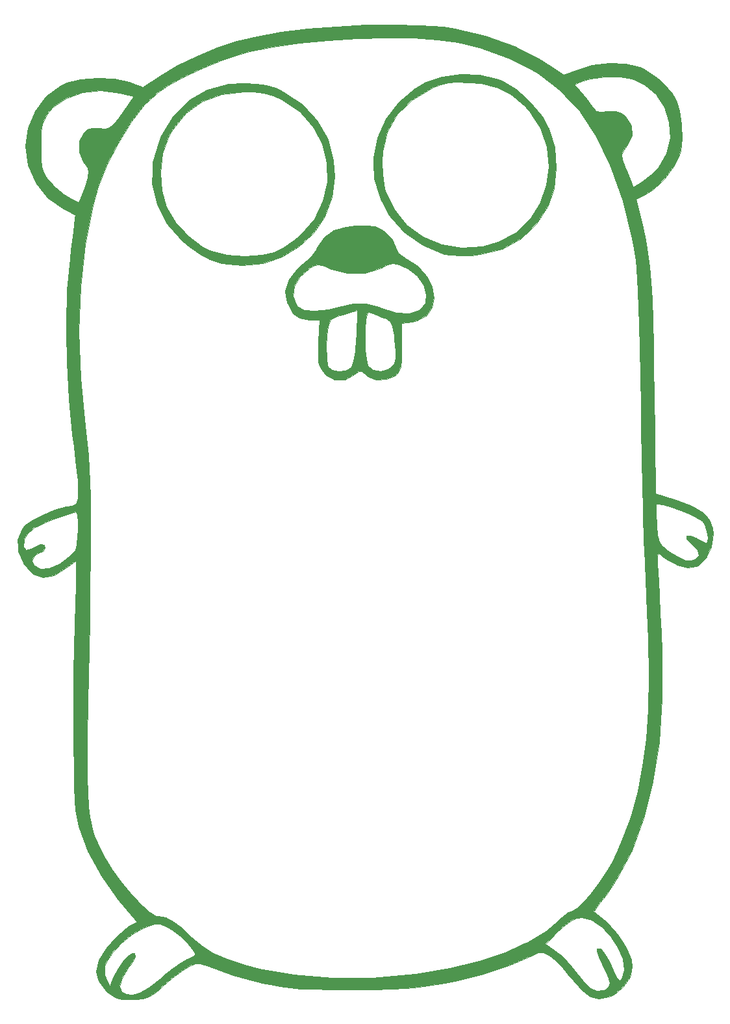
<source format=gbr>
G04 #@! TF.GenerationSoftware,KiCad,Pcbnew,(5.1.2)-1*
G04 #@! TF.CreationDate,2023-11-06T09:23:23+09:00*
G04 #@! TF.ProjectId,gopher_m5stack,676f7068-6572-45f6-9d35-737461636b2e,rev?*
G04 #@! TF.SameCoordinates,Original*
G04 #@! TF.FileFunction,Copper,L1,Top*
G04 #@! TF.FilePolarity,Positive*
%FSLAX46Y46*%
G04 Gerber Fmt 4.6, Leading zero omitted, Abs format (unit mm)*
G04 Created by KiCad (PCBNEW (5.1.2)-1) date 2023-11-06 09:23:23*
%MOMM*%
%LPD*%
G04 APERTURE LIST*
%ADD10C,0.010000*%
G04 APERTURE END LIST*
D10*
G36*
X126149317Y-52914845D02*
G01*
X129110958Y-53147204D01*
X130634612Y-53368256D01*
X134631753Y-54318945D01*
X138407981Y-55663845D01*
X141782220Y-57331145D01*
X143630451Y-58522215D01*
X144876616Y-59419437D01*
X146714737Y-58671375D01*
X148643572Y-58124059D01*
X150793404Y-57893346D01*
X152911696Y-57978840D01*
X154745913Y-58380141D01*
X155451899Y-58685156D01*
X157362196Y-60015174D01*
X158899348Y-61682350D01*
X159520013Y-62693887D01*
X159962628Y-64054304D01*
X160222308Y-65824544D01*
X160278273Y-67686258D01*
X160109743Y-69321098D01*
X159984530Y-69810372D01*
X159218244Y-71359847D01*
X157999789Y-72928908D01*
X156551229Y-74260779D01*
X155611240Y-74867337D01*
X154274406Y-75569398D01*
X154778238Y-77548375D01*
X155196072Y-79269599D01*
X155541205Y-80910031D01*
X155821707Y-82568383D01*
X156045644Y-84343364D01*
X156221085Y-86333687D01*
X156356097Y-88638061D01*
X156458747Y-91355199D01*
X156537104Y-94583810D01*
X156599235Y-98422606D01*
X156620617Y-100090537D01*
X156788740Y-113930193D01*
X159497587Y-114795792D01*
X161569105Y-115563193D01*
X163000666Y-116369537D01*
X163877137Y-117290734D01*
X164283388Y-118402692D01*
X164337143Y-119124404D01*
X164088018Y-120858807D01*
X163407515Y-122313001D01*
X162395948Y-123292303D01*
X162116342Y-123434491D01*
X161011770Y-123558966D01*
X159655088Y-123217919D01*
X158291043Y-122490343D01*
X157678135Y-122002077D01*
X157369606Y-121747055D01*
X157178309Y-121737661D01*
X157088305Y-122084412D01*
X157083654Y-122897829D01*
X157148420Y-124288428D01*
X157204720Y-125284705D01*
X157306572Y-127175187D01*
X157423595Y-129529602D01*
X157542230Y-132065411D01*
X157648917Y-134500075D01*
X157661835Y-134809705D01*
X157695405Y-140669691D01*
X157308842Y-146216556D01*
X156516407Y-151389120D01*
X155332367Y-156126199D01*
X153770985Y-160366614D01*
X151846526Y-164049181D01*
X150344373Y-166195142D01*
X149551700Y-167225678D01*
X148998899Y-168000158D01*
X148791214Y-168370049D01*
X148795552Y-168381020D01*
X150457867Y-169684246D01*
X151905601Y-171275651D01*
X153019569Y-172983938D01*
X153680583Y-174637811D01*
X153810881Y-175589134D01*
X153485436Y-176930769D01*
X152614260Y-178191610D01*
X151366400Y-179161654D01*
X150696786Y-179457754D01*
X149481938Y-179678635D01*
X148364747Y-179413813D01*
X147226233Y-178600470D01*
X145947415Y-177175782D01*
X145649860Y-176792990D01*
X144669867Y-175618464D01*
X143695176Y-174629211D01*
X142929726Y-174031331D01*
X142902244Y-174016278D01*
X142154178Y-173689405D01*
X141519936Y-173700930D01*
X140657594Y-174071521D01*
X140481178Y-174162615D01*
X137705868Y-175388400D01*
X134373242Y-176487320D01*
X130648035Y-177407444D01*
X129400301Y-177655577D01*
X127667074Y-177956373D01*
X126029457Y-178178003D01*
X124323067Y-178331808D01*
X122383516Y-178429128D01*
X120046421Y-178481306D01*
X117165715Y-178499651D01*
X114448729Y-178495569D01*
X112311274Y-178465906D01*
X110607306Y-178399800D01*
X109190782Y-178286392D01*
X107915658Y-178114823D01*
X106635892Y-177874233D01*
X105563101Y-177636881D01*
X103686343Y-177163587D01*
X101793071Y-176617621D01*
X100170352Y-176084527D01*
X99509891Y-175833052D01*
X98283607Y-175347294D01*
X97486183Y-175129622D01*
X96877232Y-175159214D01*
X96216364Y-175415246D01*
X95983339Y-175527578D01*
X95059382Y-176094583D01*
X93866147Y-176980565D01*
X92671864Y-177985084D01*
X91583888Y-178932624D01*
X90783005Y-179481313D01*
X90023601Y-179739629D01*
X89060064Y-179816048D01*
X88517259Y-179820000D01*
X87213810Y-179765889D01*
X86340781Y-179539433D01*
X85606659Y-179044446D01*
X85293443Y-178756297D01*
X84256153Y-177445670D01*
X84019149Y-176525465D01*
X85027599Y-176525465D01*
X85247724Y-177231140D01*
X85685726Y-178073627D01*
X86131185Y-176985784D01*
X86688792Y-175902811D01*
X87393464Y-174898567D01*
X88108263Y-174128043D01*
X88696248Y-173746231D01*
X88955351Y-173789331D01*
X88973682Y-174320888D01*
X88435254Y-175260814D01*
X88190647Y-175586750D01*
X87280641Y-176984580D01*
X86961894Y-178068085D01*
X87238888Y-178799679D01*
X87774286Y-179078188D01*
X88669763Y-179175379D01*
X89614544Y-178928214D01*
X90743335Y-178272687D01*
X92190838Y-177144789D01*
X92631384Y-176770250D01*
X93824811Y-175805612D01*
X94939929Y-175010635D01*
X95761380Y-174537153D01*
X95847858Y-174502560D01*
X96556025Y-174172907D01*
X96830610Y-173900371D01*
X96538236Y-173318684D01*
X95833472Y-172489526D01*
X94900688Y-171590539D01*
X93924250Y-170799365D01*
X93088529Y-170293645D01*
X93086315Y-170292691D01*
X92251273Y-169981436D01*
X91574534Y-169935358D01*
X90753226Y-170176086D01*
X89953604Y-170516415D01*
X88599442Y-171310994D01*
X87243410Y-172427340D01*
X86068768Y-173681011D01*
X85258774Y-174887561D01*
X85034299Y-175467543D01*
X85027599Y-176525465D01*
X84019149Y-176525465D01*
X83917384Y-176130351D01*
X84255390Y-174714292D01*
X84338238Y-174537436D01*
X85267123Y-173056840D01*
X86502519Y-171626936D01*
X87797790Y-170519289D01*
X88229782Y-170252513D01*
X89229564Y-169713471D01*
X86836939Y-166829235D01*
X84566157Y-163701966D01*
X82823722Y-160467485D01*
X81669920Y-157252018D01*
X81251514Y-155134361D01*
X81147376Y-153872315D01*
X81064156Y-151980756D01*
X81002108Y-149576926D01*
X80961485Y-146778068D01*
X80942539Y-143701424D01*
X80945522Y-140464238D01*
X80970688Y-137183751D01*
X81018290Y-133977207D01*
X81088580Y-130961848D01*
X81181811Y-128254916D01*
X81192993Y-127992170D01*
X81267807Y-126095898D01*
X81316418Y-124497721D01*
X81335937Y-123329841D01*
X81323475Y-122724461D01*
X81309361Y-122669376D01*
X80976968Y-122873392D01*
X80288865Y-123381379D01*
X80039361Y-123574741D01*
X78420426Y-124569173D01*
X76995254Y-124849488D01*
X75737750Y-124413518D01*
X74621820Y-123259098D01*
X74525494Y-123116941D01*
X73757333Y-121465731D01*
X73721837Y-120894251D01*
X74454805Y-120894251D01*
X74759135Y-121320595D01*
X75451591Y-121127640D01*
X75639405Y-121009414D01*
X76610026Y-120496966D01*
X77139122Y-120570523D01*
X77251429Y-120989117D01*
X76983804Y-121484854D01*
X76751573Y-121549411D01*
X76115656Y-121812932D01*
X75800000Y-122109705D01*
X75531204Y-122707555D01*
X75800000Y-123230294D01*
X76644198Y-123735173D01*
X77810168Y-123663309D01*
X79182021Y-123033876D01*
X79853935Y-122559536D01*
X80691244Y-121870681D01*
X81170107Y-121289534D01*
X81403206Y-120565207D01*
X81503223Y-119446814D01*
X81531579Y-118824242D01*
X81541562Y-117567472D01*
X81465005Y-116668625D01*
X81318449Y-116320058D01*
X81316242Y-116320000D01*
X80722635Y-116450361D01*
X79684376Y-116786081D01*
X78426265Y-117244112D01*
X77173105Y-117741404D01*
X76149695Y-118194910D01*
X75901601Y-118320326D01*
X75028197Y-119037303D01*
X74561415Y-119872667D01*
X74454805Y-120894251D01*
X73721837Y-120894251D01*
X73660899Y-119913181D01*
X74234458Y-118540776D01*
X74632695Y-118078532D01*
X75580398Y-117396979D01*
X76972573Y-116682753D01*
X78541885Y-116048715D01*
X80020993Y-115607725D01*
X80788926Y-115479589D01*
X81156735Y-115377005D01*
X81412677Y-115085493D01*
X81556964Y-114521089D01*
X81589804Y-113599833D01*
X81511408Y-112237761D01*
X81321986Y-110350910D01*
X81021748Y-107855318D01*
X80812101Y-106213300D01*
X80339978Y-101605163D01*
X80071445Y-96798142D01*
X80019220Y-92855108D01*
X81655149Y-92855108D01*
X81846616Y-98848033D01*
X82370326Y-104247809D01*
X82569979Y-105858139D01*
X82738266Y-107402259D01*
X82876338Y-108951128D01*
X82985346Y-110575705D01*
X83066439Y-112346948D01*
X83120769Y-114335816D01*
X83149487Y-116613269D01*
X83153743Y-119250263D01*
X83134687Y-122317759D01*
X83093470Y-125886715D01*
X83031243Y-130028090D01*
X82949156Y-134812842D01*
X82905260Y-137237647D01*
X82828449Y-141564401D01*
X82774226Y-145218824D01*
X82749349Y-148275468D01*
X82760578Y-150808882D01*
X82814672Y-152893618D01*
X82918390Y-154604226D01*
X83078491Y-156015256D01*
X83301734Y-157201259D01*
X83594879Y-158236787D01*
X83964684Y-159196388D01*
X84417909Y-160154615D01*
X84961312Y-161186017D01*
X85099675Y-161441270D01*
X86040570Y-162973509D01*
X87194232Y-164553848D01*
X88448800Y-166060218D01*
X89692414Y-167370549D01*
X90813212Y-168362771D01*
X91699334Y-168914816D01*
X92014950Y-168987647D01*
X92964139Y-169121439D01*
X93935521Y-169583671D01*
X95077677Y-170465628D01*
X96301429Y-171621086D01*
X97644153Y-172785857D01*
X99165803Y-173739921D01*
X101016287Y-174553493D01*
X103345513Y-175296792D01*
X105153003Y-175767149D01*
X109677730Y-176593445D01*
X114667487Y-176992480D01*
X119989191Y-176960081D01*
X125509756Y-176492073D01*
X126055715Y-176422713D01*
X130093218Y-175743448D01*
X133860863Y-174812975D01*
X137260386Y-173667397D01*
X139568270Y-172625178D01*
X142507821Y-172625178D01*
X143716053Y-173395704D01*
X144601108Y-174122846D01*
X145628025Y-175198047D01*
X146329102Y-176066137D01*
X147462198Y-177487824D01*
X148376549Y-178328647D01*
X149198912Y-178664707D01*
X150056039Y-178572106D01*
X150337466Y-178472683D01*
X150760058Y-178187894D01*
X150861025Y-177696316D01*
X150623274Y-176857516D01*
X150029716Y-175531056D01*
X149962510Y-175391736D01*
X149488261Y-174308340D01*
X149230760Y-173507603D01*
X149228027Y-173210756D01*
X149664576Y-173203444D01*
X150249636Y-173827016D01*
X150917416Y-174998613D01*
X151268905Y-175781087D01*
X151773828Y-176864046D01*
X152131367Y-177300120D01*
X152391689Y-177170061D01*
X152741175Y-175956591D01*
X152557260Y-174526832D01*
X151943145Y-173023169D01*
X151002030Y-171587985D01*
X149837114Y-170363664D01*
X148551599Y-169492592D01*
X147248685Y-169117152D01*
X146590898Y-169166779D01*
X145792582Y-169554175D01*
X144779596Y-170317284D01*
X144048436Y-171009236D01*
X142507821Y-172625178D01*
X139568270Y-172625178D01*
X140193527Y-172342818D01*
X142562022Y-170875342D01*
X143655934Y-169956029D01*
X144637873Y-169081745D01*
X145473144Y-168463782D01*
X145963687Y-168240588D01*
X146546083Y-167946151D01*
X147401507Y-167152297D01*
X148418510Y-165993213D01*
X149485645Y-164603083D01*
X150491462Y-163116094D01*
X151151242Y-161994678D01*
X151844981Y-160552684D01*
X152613864Y-158695168D01*
X153336028Y-156725610D01*
X153642290Y-155791144D01*
X154495833Y-152679717D01*
X155148931Y-149412769D01*
X155607991Y-145896134D01*
X155879422Y-142035645D01*
X155969629Y-137737135D01*
X155885021Y-132906438D01*
X155632005Y-127449387D01*
X155603649Y-126965588D01*
X155518453Y-125254548D01*
X155426186Y-122907041D01*
X155329974Y-120033584D01*
X155232944Y-116744695D01*
X155204615Y-115669836D01*
X156867245Y-115669836D01*
X156897444Y-116615607D01*
X156980889Y-117901966D01*
X156984666Y-117950339D01*
X157108295Y-119309507D01*
X157292255Y-120156831D01*
X157654956Y-120725128D01*
X158314807Y-121247216D01*
X158836917Y-121592251D01*
X159993859Y-122296251D01*
X160798268Y-122610458D01*
X161475789Y-122596578D01*
X161948895Y-122443271D01*
X162468216Y-121978247D01*
X162333454Y-121309766D01*
X161561953Y-120517866D01*
X161525664Y-120490422D01*
X160874515Y-119838892D01*
X160857591Y-119449055D01*
X161398234Y-119432333D01*
X162067753Y-119702485D01*
X162861516Y-120110828D01*
X163339286Y-120354583D01*
X163591618Y-120227159D01*
X163635244Y-119633339D01*
X163505565Y-118810256D01*
X163237986Y-117995042D01*
X162907597Y-117463113D01*
X162346964Y-117098420D01*
X161362469Y-116636019D01*
X160148942Y-116147118D01*
X158901215Y-115702922D01*
X157814119Y-115374639D01*
X157082484Y-115233476D01*
X156896887Y-115266320D01*
X156867245Y-115669836D01*
X155204615Y-115669836D01*
X155138223Y-113150891D01*
X155048939Y-109362691D01*
X154968218Y-105490612D01*
X154916696Y-102686176D01*
X154841839Y-98480128D01*
X154772331Y-94944522D01*
X154704331Y-92002800D01*
X154633997Y-89578404D01*
X154557488Y-87594777D01*
X154470962Y-85975361D01*
X154370578Y-84643599D01*
X154252494Y-83522933D01*
X154112869Y-82536806D01*
X153947861Y-81608660D01*
X153829609Y-81021470D01*
X152549263Y-75826801D01*
X150991869Y-71296843D01*
X149122579Y-67392084D01*
X146906545Y-64073009D01*
X144308921Y-61300104D01*
X143431551Y-60640416D01*
X146207600Y-60640416D01*
X147152158Y-61679472D01*
X147944881Y-62617733D01*
X148598956Y-63498319D01*
X148637247Y-63556748D01*
X149110351Y-64094939D01*
X149746071Y-64253205D01*
X150604239Y-64160157D01*
X151675846Y-64086864D01*
X152439246Y-64378075D01*
X152922493Y-64787785D01*
X153665338Y-65950329D01*
X153729800Y-67259622D01*
X153110063Y-68581783D01*
X153088572Y-68610160D01*
X152627845Y-69247277D01*
X152430384Y-69763732D01*
X152499442Y-70388555D01*
X152838272Y-71350780D01*
X153138147Y-72100220D01*
X153913436Y-74025761D01*
X155129697Y-73287043D01*
X156228566Y-72462943D01*
X157214814Y-71484905D01*
X157247721Y-71445120D01*
X158295382Y-69635584D01*
X158743636Y-67635368D01*
X158635712Y-65589135D01*
X158014840Y-63641547D01*
X156924248Y-61937266D01*
X155407167Y-60620956D01*
X153801132Y-59911418D01*
X152146195Y-59659934D01*
X150201385Y-59667392D01*
X148326927Y-59915695D01*
X147198800Y-60243105D01*
X146207600Y-60640416D01*
X143431551Y-60640416D01*
X141294859Y-59033855D01*
X137829512Y-57234749D01*
X133878033Y-55863272D01*
X131044287Y-55184838D01*
X128432890Y-54805720D01*
X125277381Y-54594552D01*
X121738756Y-54542527D01*
X117978012Y-54640835D01*
X114156145Y-54880671D01*
X110434150Y-55253225D01*
X106973024Y-55749689D01*
X103933764Y-56361257D01*
X102488203Y-56747102D01*
X100156390Y-57540592D01*
X97710179Y-58540208D01*
X95359990Y-59647530D01*
X93316245Y-60764140D01*
X91920202Y-61690043D01*
X90213267Y-63303280D01*
X88494024Y-65494637D01*
X86855342Y-68103060D01*
X85390091Y-70967498D01*
X84191141Y-73926900D01*
X83459063Y-76363090D01*
X82467863Y-81446404D01*
X81864394Y-86999154D01*
X81655149Y-92855108D01*
X80019220Y-92855108D01*
X80007958Y-92004847D01*
X80150973Y-87437886D01*
X80501947Y-83309868D01*
X80647543Y-82192113D01*
X80883534Y-80469756D01*
X81060784Y-79042864D01*
X81162334Y-78058322D01*
X81171224Y-77663017D01*
X81170529Y-77662291D01*
X80810161Y-77450987D01*
X80022364Y-77027488D01*
X79558274Y-76784679D01*
X77587565Y-75362765D01*
X76060723Y-73444325D01*
X75070976Y-71184959D01*
X74711549Y-68740266D01*
X74711429Y-68695000D01*
X76707143Y-68695000D01*
X76731155Y-70267245D01*
X76838888Y-71325680D01*
X77083884Y-72102904D01*
X77519689Y-72831518D01*
X77724476Y-73114408D01*
X78533069Y-73989577D01*
X79591886Y-74867579D01*
X80665490Y-75576740D01*
X81518440Y-75945386D01*
X81630163Y-75962315D01*
X81840130Y-75646525D01*
X82172341Y-74811665D01*
X82467364Y-73917129D01*
X82809311Y-72739783D01*
X82916212Y-72018026D01*
X82778419Y-71497334D01*
X82386287Y-70923184D01*
X82352201Y-70878520D01*
X81704151Y-69500767D01*
X81736843Y-68059378D01*
X82199705Y-67054419D01*
X82718117Y-66490429D01*
X83403675Y-66299065D01*
X84286134Y-66349005D01*
X85083409Y-66407332D01*
X85652778Y-66282684D01*
X86179186Y-65853323D01*
X86847582Y-64997507D01*
X87295143Y-64368345D01*
X88811714Y-62220117D01*
X86995923Y-61771704D01*
X84491895Y-61440175D01*
X82114199Y-61666284D01*
X79998715Y-62412705D01*
X78281325Y-63642110D01*
X77684518Y-64329518D01*
X77188844Y-65076607D01*
X76895333Y-65814162D01*
X76752451Y-66772360D01*
X76708664Y-68181381D01*
X76707143Y-68695000D01*
X74711429Y-68695000D01*
X75043329Y-66315128D01*
X75972211Y-64105681D01*
X77397847Y-62221577D01*
X79220007Y-60817730D01*
X80070232Y-60412246D01*
X81885770Y-59948594D01*
X84056828Y-59776340D01*
X86270353Y-59896316D01*
X88213295Y-60309355D01*
X88444133Y-60389961D01*
X90021123Y-60974984D01*
X92174283Y-59542399D01*
X94401328Y-58237225D01*
X97084702Y-56943756D01*
X99962352Y-55779621D01*
X102288572Y-55002438D01*
X104878242Y-54372816D01*
X108015745Y-53837815D01*
X111536182Y-53406940D01*
X115274656Y-53089700D01*
X119066269Y-52895599D01*
X122746122Y-52834145D01*
X126149317Y-52914845D01*
X126149317Y-52914845D01*
G37*
X126149317Y-52914845D02*
X129110958Y-53147204D01*
X130634612Y-53368256D01*
X134631753Y-54318945D01*
X138407981Y-55663845D01*
X141782220Y-57331145D01*
X143630451Y-58522215D01*
X144876616Y-59419437D01*
X146714737Y-58671375D01*
X148643572Y-58124059D01*
X150793404Y-57893346D01*
X152911696Y-57978840D01*
X154745913Y-58380141D01*
X155451899Y-58685156D01*
X157362196Y-60015174D01*
X158899348Y-61682350D01*
X159520013Y-62693887D01*
X159962628Y-64054304D01*
X160222308Y-65824544D01*
X160278273Y-67686258D01*
X160109743Y-69321098D01*
X159984530Y-69810372D01*
X159218244Y-71359847D01*
X157999789Y-72928908D01*
X156551229Y-74260779D01*
X155611240Y-74867337D01*
X154274406Y-75569398D01*
X154778238Y-77548375D01*
X155196072Y-79269599D01*
X155541205Y-80910031D01*
X155821707Y-82568383D01*
X156045644Y-84343364D01*
X156221085Y-86333687D01*
X156356097Y-88638061D01*
X156458747Y-91355199D01*
X156537104Y-94583810D01*
X156599235Y-98422606D01*
X156620617Y-100090537D01*
X156788740Y-113930193D01*
X159497587Y-114795792D01*
X161569105Y-115563193D01*
X163000666Y-116369537D01*
X163877137Y-117290734D01*
X164283388Y-118402692D01*
X164337143Y-119124404D01*
X164088018Y-120858807D01*
X163407515Y-122313001D01*
X162395948Y-123292303D01*
X162116342Y-123434491D01*
X161011770Y-123558966D01*
X159655088Y-123217919D01*
X158291043Y-122490343D01*
X157678135Y-122002077D01*
X157369606Y-121747055D01*
X157178309Y-121737661D01*
X157088305Y-122084412D01*
X157083654Y-122897829D01*
X157148420Y-124288428D01*
X157204720Y-125284705D01*
X157306572Y-127175187D01*
X157423595Y-129529602D01*
X157542230Y-132065411D01*
X157648917Y-134500075D01*
X157661835Y-134809705D01*
X157695405Y-140669691D01*
X157308842Y-146216556D01*
X156516407Y-151389120D01*
X155332367Y-156126199D01*
X153770985Y-160366614D01*
X151846526Y-164049181D01*
X150344373Y-166195142D01*
X149551700Y-167225678D01*
X148998899Y-168000158D01*
X148791214Y-168370049D01*
X148795552Y-168381020D01*
X150457867Y-169684246D01*
X151905601Y-171275651D01*
X153019569Y-172983938D01*
X153680583Y-174637811D01*
X153810881Y-175589134D01*
X153485436Y-176930769D01*
X152614260Y-178191610D01*
X151366400Y-179161654D01*
X150696786Y-179457754D01*
X149481938Y-179678635D01*
X148364747Y-179413813D01*
X147226233Y-178600470D01*
X145947415Y-177175782D01*
X145649860Y-176792990D01*
X144669867Y-175618464D01*
X143695176Y-174629211D01*
X142929726Y-174031331D01*
X142902244Y-174016278D01*
X142154178Y-173689405D01*
X141519936Y-173700930D01*
X140657594Y-174071521D01*
X140481178Y-174162615D01*
X137705868Y-175388400D01*
X134373242Y-176487320D01*
X130648035Y-177407444D01*
X129400301Y-177655577D01*
X127667074Y-177956373D01*
X126029457Y-178178003D01*
X124323067Y-178331808D01*
X122383516Y-178429128D01*
X120046421Y-178481306D01*
X117165715Y-178499651D01*
X114448729Y-178495569D01*
X112311274Y-178465906D01*
X110607306Y-178399800D01*
X109190782Y-178286392D01*
X107915658Y-178114823D01*
X106635892Y-177874233D01*
X105563101Y-177636881D01*
X103686343Y-177163587D01*
X101793071Y-176617621D01*
X100170352Y-176084527D01*
X99509891Y-175833052D01*
X98283607Y-175347294D01*
X97486183Y-175129622D01*
X96877232Y-175159214D01*
X96216364Y-175415246D01*
X95983339Y-175527578D01*
X95059382Y-176094583D01*
X93866147Y-176980565D01*
X92671864Y-177985084D01*
X91583888Y-178932624D01*
X90783005Y-179481313D01*
X90023601Y-179739629D01*
X89060064Y-179816048D01*
X88517259Y-179820000D01*
X87213810Y-179765889D01*
X86340781Y-179539433D01*
X85606659Y-179044446D01*
X85293443Y-178756297D01*
X84256153Y-177445670D01*
X84019149Y-176525465D01*
X85027599Y-176525465D01*
X85247724Y-177231140D01*
X85685726Y-178073627D01*
X86131185Y-176985784D01*
X86688792Y-175902811D01*
X87393464Y-174898567D01*
X88108263Y-174128043D01*
X88696248Y-173746231D01*
X88955351Y-173789331D01*
X88973682Y-174320888D01*
X88435254Y-175260814D01*
X88190647Y-175586750D01*
X87280641Y-176984580D01*
X86961894Y-178068085D01*
X87238888Y-178799679D01*
X87774286Y-179078188D01*
X88669763Y-179175379D01*
X89614544Y-178928214D01*
X90743335Y-178272687D01*
X92190838Y-177144789D01*
X92631384Y-176770250D01*
X93824811Y-175805612D01*
X94939929Y-175010635D01*
X95761380Y-174537153D01*
X95847858Y-174502560D01*
X96556025Y-174172907D01*
X96830610Y-173900371D01*
X96538236Y-173318684D01*
X95833472Y-172489526D01*
X94900688Y-171590539D01*
X93924250Y-170799365D01*
X93088529Y-170293645D01*
X93086315Y-170292691D01*
X92251273Y-169981436D01*
X91574534Y-169935358D01*
X90753226Y-170176086D01*
X89953604Y-170516415D01*
X88599442Y-171310994D01*
X87243410Y-172427340D01*
X86068768Y-173681011D01*
X85258774Y-174887561D01*
X85034299Y-175467543D01*
X85027599Y-176525465D01*
X84019149Y-176525465D01*
X83917384Y-176130351D01*
X84255390Y-174714292D01*
X84338238Y-174537436D01*
X85267123Y-173056840D01*
X86502519Y-171626936D01*
X87797790Y-170519289D01*
X88229782Y-170252513D01*
X89229564Y-169713471D01*
X86836939Y-166829235D01*
X84566157Y-163701966D01*
X82823722Y-160467485D01*
X81669920Y-157252018D01*
X81251514Y-155134361D01*
X81147376Y-153872315D01*
X81064156Y-151980756D01*
X81002108Y-149576926D01*
X80961485Y-146778068D01*
X80942539Y-143701424D01*
X80945522Y-140464238D01*
X80970688Y-137183751D01*
X81018290Y-133977207D01*
X81088580Y-130961848D01*
X81181811Y-128254916D01*
X81192993Y-127992170D01*
X81267807Y-126095898D01*
X81316418Y-124497721D01*
X81335937Y-123329841D01*
X81323475Y-122724461D01*
X81309361Y-122669376D01*
X80976968Y-122873392D01*
X80288865Y-123381379D01*
X80039361Y-123574741D01*
X78420426Y-124569173D01*
X76995254Y-124849488D01*
X75737750Y-124413518D01*
X74621820Y-123259098D01*
X74525494Y-123116941D01*
X73757333Y-121465731D01*
X73721837Y-120894251D01*
X74454805Y-120894251D01*
X74759135Y-121320595D01*
X75451591Y-121127640D01*
X75639405Y-121009414D01*
X76610026Y-120496966D01*
X77139122Y-120570523D01*
X77251429Y-120989117D01*
X76983804Y-121484854D01*
X76751573Y-121549411D01*
X76115656Y-121812932D01*
X75800000Y-122109705D01*
X75531204Y-122707555D01*
X75800000Y-123230294D01*
X76644198Y-123735173D01*
X77810168Y-123663309D01*
X79182021Y-123033876D01*
X79853935Y-122559536D01*
X80691244Y-121870681D01*
X81170107Y-121289534D01*
X81403206Y-120565207D01*
X81503223Y-119446814D01*
X81531579Y-118824242D01*
X81541562Y-117567472D01*
X81465005Y-116668625D01*
X81318449Y-116320058D01*
X81316242Y-116320000D01*
X80722635Y-116450361D01*
X79684376Y-116786081D01*
X78426265Y-117244112D01*
X77173105Y-117741404D01*
X76149695Y-118194910D01*
X75901601Y-118320326D01*
X75028197Y-119037303D01*
X74561415Y-119872667D01*
X74454805Y-120894251D01*
X73721837Y-120894251D01*
X73660899Y-119913181D01*
X74234458Y-118540776D01*
X74632695Y-118078532D01*
X75580398Y-117396979D01*
X76972573Y-116682753D01*
X78541885Y-116048715D01*
X80020993Y-115607725D01*
X80788926Y-115479589D01*
X81156735Y-115377005D01*
X81412677Y-115085493D01*
X81556964Y-114521089D01*
X81589804Y-113599833D01*
X81511408Y-112237761D01*
X81321986Y-110350910D01*
X81021748Y-107855318D01*
X80812101Y-106213300D01*
X80339978Y-101605163D01*
X80071445Y-96798142D01*
X80019220Y-92855108D01*
X81655149Y-92855108D01*
X81846616Y-98848033D01*
X82370326Y-104247809D01*
X82569979Y-105858139D01*
X82738266Y-107402259D01*
X82876338Y-108951128D01*
X82985346Y-110575705D01*
X83066439Y-112346948D01*
X83120769Y-114335816D01*
X83149487Y-116613269D01*
X83153743Y-119250263D01*
X83134687Y-122317759D01*
X83093470Y-125886715D01*
X83031243Y-130028090D01*
X82949156Y-134812842D01*
X82905260Y-137237647D01*
X82828449Y-141564401D01*
X82774226Y-145218824D01*
X82749349Y-148275468D01*
X82760578Y-150808882D01*
X82814672Y-152893618D01*
X82918390Y-154604226D01*
X83078491Y-156015256D01*
X83301734Y-157201259D01*
X83594879Y-158236787D01*
X83964684Y-159196388D01*
X84417909Y-160154615D01*
X84961312Y-161186017D01*
X85099675Y-161441270D01*
X86040570Y-162973509D01*
X87194232Y-164553848D01*
X88448800Y-166060218D01*
X89692414Y-167370549D01*
X90813212Y-168362771D01*
X91699334Y-168914816D01*
X92014950Y-168987647D01*
X92964139Y-169121439D01*
X93935521Y-169583671D01*
X95077677Y-170465628D01*
X96301429Y-171621086D01*
X97644153Y-172785857D01*
X99165803Y-173739921D01*
X101016287Y-174553493D01*
X103345513Y-175296792D01*
X105153003Y-175767149D01*
X109677730Y-176593445D01*
X114667487Y-176992480D01*
X119989191Y-176960081D01*
X125509756Y-176492073D01*
X126055715Y-176422713D01*
X130093218Y-175743448D01*
X133860863Y-174812975D01*
X137260386Y-173667397D01*
X139568270Y-172625178D01*
X142507821Y-172625178D01*
X143716053Y-173395704D01*
X144601108Y-174122846D01*
X145628025Y-175198047D01*
X146329102Y-176066137D01*
X147462198Y-177487824D01*
X148376549Y-178328647D01*
X149198912Y-178664707D01*
X150056039Y-178572106D01*
X150337466Y-178472683D01*
X150760058Y-178187894D01*
X150861025Y-177696316D01*
X150623274Y-176857516D01*
X150029716Y-175531056D01*
X149962510Y-175391736D01*
X149488261Y-174308340D01*
X149230760Y-173507603D01*
X149228027Y-173210756D01*
X149664576Y-173203444D01*
X150249636Y-173827016D01*
X150917416Y-174998613D01*
X151268905Y-175781087D01*
X151773828Y-176864046D01*
X152131367Y-177300120D01*
X152391689Y-177170061D01*
X152741175Y-175956591D01*
X152557260Y-174526832D01*
X151943145Y-173023169D01*
X151002030Y-171587985D01*
X149837114Y-170363664D01*
X148551599Y-169492592D01*
X147248685Y-169117152D01*
X146590898Y-169166779D01*
X145792582Y-169554175D01*
X144779596Y-170317284D01*
X144048436Y-171009236D01*
X142507821Y-172625178D01*
X139568270Y-172625178D01*
X140193527Y-172342818D01*
X142562022Y-170875342D01*
X143655934Y-169956029D01*
X144637873Y-169081745D01*
X145473144Y-168463782D01*
X145963687Y-168240588D01*
X146546083Y-167946151D01*
X147401507Y-167152297D01*
X148418510Y-165993213D01*
X149485645Y-164603083D01*
X150491462Y-163116094D01*
X151151242Y-161994678D01*
X151844981Y-160552684D01*
X152613864Y-158695168D01*
X153336028Y-156725610D01*
X153642290Y-155791144D01*
X154495833Y-152679717D01*
X155148931Y-149412769D01*
X155607991Y-145896134D01*
X155879422Y-142035645D01*
X155969629Y-137737135D01*
X155885021Y-132906438D01*
X155632005Y-127449387D01*
X155603649Y-126965588D01*
X155518453Y-125254548D01*
X155426186Y-122907041D01*
X155329974Y-120033584D01*
X155232944Y-116744695D01*
X155204615Y-115669836D01*
X156867245Y-115669836D01*
X156897444Y-116615607D01*
X156980889Y-117901966D01*
X156984666Y-117950339D01*
X157108295Y-119309507D01*
X157292255Y-120156831D01*
X157654956Y-120725128D01*
X158314807Y-121247216D01*
X158836917Y-121592251D01*
X159993859Y-122296251D01*
X160798268Y-122610458D01*
X161475789Y-122596578D01*
X161948895Y-122443271D01*
X162468216Y-121978247D01*
X162333454Y-121309766D01*
X161561953Y-120517866D01*
X161525664Y-120490422D01*
X160874515Y-119838892D01*
X160857591Y-119449055D01*
X161398234Y-119432333D01*
X162067753Y-119702485D01*
X162861516Y-120110828D01*
X163339286Y-120354583D01*
X163591618Y-120227159D01*
X163635244Y-119633339D01*
X163505565Y-118810256D01*
X163237986Y-117995042D01*
X162907597Y-117463113D01*
X162346964Y-117098420D01*
X161362469Y-116636019D01*
X160148942Y-116147118D01*
X158901215Y-115702922D01*
X157814119Y-115374639D01*
X157082484Y-115233476D01*
X156896887Y-115266320D01*
X156867245Y-115669836D01*
X155204615Y-115669836D01*
X155138223Y-113150891D01*
X155048939Y-109362691D01*
X154968218Y-105490612D01*
X154916696Y-102686176D01*
X154841839Y-98480128D01*
X154772331Y-94944522D01*
X154704331Y-92002800D01*
X154633997Y-89578404D01*
X154557488Y-87594777D01*
X154470962Y-85975361D01*
X154370578Y-84643599D01*
X154252494Y-83522933D01*
X154112869Y-82536806D01*
X153947861Y-81608660D01*
X153829609Y-81021470D01*
X152549263Y-75826801D01*
X150991869Y-71296843D01*
X149122579Y-67392084D01*
X146906545Y-64073009D01*
X144308921Y-61300104D01*
X143431551Y-60640416D01*
X146207600Y-60640416D01*
X147152158Y-61679472D01*
X147944881Y-62617733D01*
X148598956Y-63498319D01*
X148637247Y-63556748D01*
X149110351Y-64094939D01*
X149746071Y-64253205D01*
X150604239Y-64160157D01*
X151675846Y-64086864D01*
X152439246Y-64378075D01*
X152922493Y-64787785D01*
X153665338Y-65950329D01*
X153729800Y-67259622D01*
X153110063Y-68581783D01*
X153088572Y-68610160D01*
X152627845Y-69247277D01*
X152430384Y-69763732D01*
X152499442Y-70388555D01*
X152838272Y-71350780D01*
X153138147Y-72100220D01*
X153913436Y-74025761D01*
X155129697Y-73287043D01*
X156228566Y-72462943D01*
X157214814Y-71484905D01*
X157247721Y-71445120D01*
X158295382Y-69635584D01*
X158743636Y-67635368D01*
X158635712Y-65589135D01*
X158014840Y-63641547D01*
X156924248Y-61937266D01*
X155407167Y-60620956D01*
X153801132Y-59911418D01*
X152146195Y-59659934D01*
X150201385Y-59667392D01*
X148326927Y-59915695D01*
X147198800Y-60243105D01*
X146207600Y-60640416D01*
X143431551Y-60640416D01*
X141294859Y-59033855D01*
X137829512Y-57234749D01*
X133878033Y-55863272D01*
X131044287Y-55184838D01*
X128432890Y-54805720D01*
X125277381Y-54594552D01*
X121738756Y-54542527D01*
X117978012Y-54640835D01*
X114156145Y-54880671D01*
X110434150Y-55253225D01*
X106973024Y-55749689D01*
X103933764Y-56361257D01*
X102488203Y-56747102D01*
X100156390Y-57540592D01*
X97710179Y-58540208D01*
X95359990Y-59647530D01*
X93316245Y-60764140D01*
X91920202Y-61690043D01*
X90213267Y-63303280D01*
X88494024Y-65494637D01*
X86855342Y-68103060D01*
X85390091Y-70967498D01*
X84191141Y-73926900D01*
X83459063Y-76363090D01*
X82467863Y-81446404D01*
X81864394Y-86999154D01*
X81655149Y-92855108D01*
X80019220Y-92855108D01*
X80007958Y-92004847D01*
X80150973Y-87437886D01*
X80501947Y-83309868D01*
X80647543Y-82192113D01*
X80883534Y-80469756D01*
X81060784Y-79042864D01*
X81162334Y-78058322D01*
X81171224Y-77663017D01*
X81170529Y-77662291D01*
X80810161Y-77450987D01*
X80022364Y-77027488D01*
X79558274Y-76784679D01*
X77587565Y-75362765D01*
X76060723Y-73444325D01*
X75070976Y-71184959D01*
X74711549Y-68740266D01*
X74711429Y-68695000D01*
X76707143Y-68695000D01*
X76731155Y-70267245D01*
X76838888Y-71325680D01*
X77083884Y-72102904D01*
X77519689Y-72831518D01*
X77724476Y-73114408D01*
X78533069Y-73989577D01*
X79591886Y-74867579D01*
X80665490Y-75576740D01*
X81518440Y-75945386D01*
X81630163Y-75962315D01*
X81840130Y-75646525D01*
X82172341Y-74811665D01*
X82467364Y-73917129D01*
X82809311Y-72739783D01*
X82916212Y-72018026D01*
X82778419Y-71497334D01*
X82386287Y-70923184D01*
X82352201Y-70878520D01*
X81704151Y-69500767D01*
X81736843Y-68059378D01*
X82199705Y-67054419D01*
X82718117Y-66490429D01*
X83403675Y-66299065D01*
X84286134Y-66349005D01*
X85083409Y-66407332D01*
X85652778Y-66282684D01*
X86179186Y-65853323D01*
X86847582Y-64997507D01*
X87295143Y-64368345D01*
X88811714Y-62220117D01*
X86995923Y-61771704D01*
X84491895Y-61440175D01*
X82114199Y-61666284D01*
X79998715Y-62412705D01*
X78281325Y-63642110D01*
X77684518Y-64329518D01*
X77188844Y-65076607D01*
X76895333Y-65814162D01*
X76752451Y-66772360D01*
X76708664Y-68181381D01*
X76707143Y-68695000D01*
X74711429Y-68695000D01*
X75043329Y-66315128D01*
X75972211Y-64105681D01*
X77397847Y-62221577D01*
X79220007Y-60817730D01*
X80070232Y-60412246D01*
X81885770Y-59948594D01*
X84056828Y-59776340D01*
X86270353Y-59896316D01*
X88213295Y-60309355D01*
X88444133Y-60389961D01*
X90021123Y-60974984D01*
X92174283Y-59542399D01*
X94401328Y-58237225D01*
X97084702Y-56943756D01*
X99962352Y-55779621D01*
X102288572Y-55002438D01*
X104878242Y-54372816D01*
X108015745Y-53837815D01*
X111536182Y-53406940D01*
X115274656Y-53089700D01*
X119066269Y-52895599D01*
X122746122Y-52834145D01*
X126149317Y-52914845D01*
G36*
X120202404Y-79120490D02*
G01*
X120994554Y-79449667D01*
X121520000Y-79787250D01*
X122557432Y-80792437D01*
X122904251Y-81681185D01*
X123284572Y-82606577D01*
X124207366Y-83271043D01*
X125818282Y-84319028D01*
X126986636Y-85599141D01*
X127699453Y-86994298D01*
X127943758Y-88387413D01*
X127706579Y-89661404D01*
X126974941Y-90699185D01*
X125735870Y-91383674D01*
X125122305Y-91527943D01*
X123697143Y-91762539D01*
X123697143Y-94868618D01*
X123677712Y-96425959D01*
X123593208Y-97416487D01*
X123404315Y-98019978D01*
X123071716Y-98416207D01*
X122890691Y-98556172D01*
X121736619Y-99039565D01*
X120445107Y-99080936D01*
X119329469Y-98688871D01*
X119038304Y-98450606D01*
X118523578Y-97996304D01*
X118103703Y-98027880D01*
X117546677Y-98450606D01*
X116310487Y-99071411D01*
X115003889Y-99069650D01*
X113852386Y-98464399D01*
X113525364Y-98110441D01*
X113121300Y-97491399D01*
X112903184Y-96811012D01*
X112835784Y-95850157D01*
X112870634Y-94791635D01*
X113908632Y-94791635D01*
X113938850Y-96176591D01*
X114059335Y-97208847D01*
X114120251Y-97426214D01*
X114620645Y-97860178D01*
X115493104Y-98011275D01*
X116438118Y-97879769D01*
X117156174Y-97465919D01*
X117192505Y-97423534D01*
X117451371Y-96737730D01*
X117666453Y-95459113D01*
X117802477Y-93866563D01*
X118966520Y-93866563D01*
X119012990Y-95229983D01*
X119128888Y-96406028D01*
X119316281Y-97208309D01*
X119355624Y-97294556D01*
X120006222Y-97850406D01*
X120975352Y-98008204D01*
X121959357Y-97754435D01*
X122401225Y-97430084D01*
X122747618Y-96954205D01*
X122920299Y-96312441D01*
X122933721Y-95330748D01*
X122802335Y-93835080D01*
X122743062Y-93313298D01*
X122568286Y-92168297D01*
X122283820Y-91524486D01*
X121732210Y-91137616D01*
X121204073Y-90925950D01*
X120226279Y-90564100D01*
X119511186Y-90296516D01*
X119433572Y-90266953D01*
X119223004Y-90515964D01*
X119073595Y-91323163D01*
X118987411Y-92502160D01*
X118966520Y-93866563D01*
X117802477Y-93866563D01*
X117813145Y-93741669D01*
X117828216Y-93445259D01*
X117985420Y-90060508D01*
X117121996Y-90312481D01*
X116060325Y-90597380D01*
X115298512Y-90781136D01*
X114505157Y-91201377D01*
X114119808Y-92123201D01*
X114119227Y-92126188D01*
X113968739Y-93344620D01*
X113908632Y-94791635D01*
X112870634Y-94791635D01*
X112883867Y-94389708D01*
X112894735Y-94188382D01*
X113054273Y-91293529D01*
X111726102Y-91293529D01*
X110380180Y-91019781D01*
X109614548Y-90435130D01*
X108769329Y-89038289D01*
X108666199Y-88167061D01*
X109567631Y-88167061D01*
X110005427Y-89314531D01*
X110146239Y-89489852D01*
X111050607Y-90004364D01*
X112455109Y-90163176D01*
X114219994Y-89963018D01*
X115565903Y-89616690D01*
X117460122Y-89168173D01*
X119072491Y-89164593D01*
X120711247Y-89616023D01*
X121157143Y-89799411D01*
X123039808Y-90386472D01*
X124714522Y-90471522D01*
X126030323Y-90049560D01*
X126156405Y-89964995D01*
X126818315Y-89096457D01*
X126931900Y-87972589D01*
X126554196Y-86750083D01*
X125742236Y-85585633D01*
X124553056Y-84635933D01*
X124137845Y-84419370D01*
X123216060Y-84024279D01*
X122563164Y-83930774D01*
X121844626Y-84150314D01*
X121066900Y-84524559D01*
X118969399Y-85183268D01*
X116713696Y-85235151D01*
X114568833Y-84677254D01*
X114392062Y-84597798D01*
X113436581Y-84183987D01*
X112821265Y-84090725D01*
X112232106Y-84315126D01*
X111803699Y-84573999D01*
X110512332Y-85661655D01*
X109751788Y-86904389D01*
X109567631Y-88167061D01*
X108666199Y-88167061D01*
X108590308Y-87525956D01*
X109054548Y-86016830D01*
X110139113Y-84629609D01*
X110846289Y-84060705D01*
X111839551Y-83169817D01*
X112639658Y-82126219D01*
X112747352Y-81928751D01*
X113668579Y-80546247D01*
X114888527Y-79653797D01*
X116551980Y-79168815D01*
X117812314Y-79039661D01*
X119231730Y-79001983D01*
X120202404Y-79120490D01*
X120202404Y-79120490D01*
G37*
X120202404Y-79120490D02*
X120994554Y-79449667D01*
X121520000Y-79787250D01*
X122557432Y-80792437D01*
X122904251Y-81681185D01*
X123284572Y-82606577D01*
X124207366Y-83271043D01*
X125818282Y-84319028D01*
X126986636Y-85599141D01*
X127699453Y-86994298D01*
X127943758Y-88387413D01*
X127706579Y-89661404D01*
X126974941Y-90699185D01*
X125735870Y-91383674D01*
X125122305Y-91527943D01*
X123697143Y-91762539D01*
X123697143Y-94868618D01*
X123677712Y-96425959D01*
X123593208Y-97416487D01*
X123404315Y-98019978D01*
X123071716Y-98416207D01*
X122890691Y-98556172D01*
X121736619Y-99039565D01*
X120445107Y-99080936D01*
X119329469Y-98688871D01*
X119038304Y-98450606D01*
X118523578Y-97996304D01*
X118103703Y-98027880D01*
X117546677Y-98450606D01*
X116310487Y-99071411D01*
X115003889Y-99069650D01*
X113852386Y-98464399D01*
X113525364Y-98110441D01*
X113121300Y-97491399D01*
X112903184Y-96811012D01*
X112835784Y-95850157D01*
X112870634Y-94791635D01*
X113908632Y-94791635D01*
X113938850Y-96176591D01*
X114059335Y-97208847D01*
X114120251Y-97426214D01*
X114620645Y-97860178D01*
X115493104Y-98011275D01*
X116438118Y-97879769D01*
X117156174Y-97465919D01*
X117192505Y-97423534D01*
X117451371Y-96737730D01*
X117666453Y-95459113D01*
X117802477Y-93866563D01*
X118966520Y-93866563D01*
X119012990Y-95229983D01*
X119128888Y-96406028D01*
X119316281Y-97208309D01*
X119355624Y-97294556D01*
X120006222Y-97850406D01*
X120975352Y-98008204D01*
X121959357Y-97754435D01*
X122401225Y-97430084D01*
X122747618Y-96954205D01*
X122920299Y-96312441D01*
X122933721Y-95330748D01*
X122802335Y-93835080D01*
X122743062Y-93313298D01*
X122568286Y-92168297D01*
X122283820Y-91524486D01*
X121732210Y-91137616D01*
X121204073Y-90925950D01*
X120226279Y-90564100D01*
X119511186Y-90296516D01*
X119433572Y-90266953D01*
X119223004Y-90515964D01*
X119073595Y-91323163D01*
X118987411Y-92502160D01*
X118966520Y-93866563D01*
X117802477Y-93866563D01*
X117813145Y-93741669D01*
X117828216Y-93445259D01*
X117985420Y-90060508D01*
X117121996Y-90312481D01*
X116060325Y-90597380D01*
X115298512Y-90781136D01*
X114505157Y-91201377D01*
X114119808Y-92123201D01*
X114119227Y-92126188D01*
X113968739Y-93344620D01*
X113908632Y-94791635D01*
X112870634Y-94791635D01*
X112883867Y-94389708D01*
X112894735Y-94188382D01*
X113054273Y-91293529D01*
X111726102Y-91293529D01*
X110380180Y-91019781D01*
X109614548Y-90435130D01*
X108769329Y-89038289D01*
X108666199Y-88167061D01*
X109567631Y-88167061D01*
X110005427Y-89314531D01*
X110146239Y-89489852D01*
X111050607Y-90004364D01*
X112455109Y-90163176D01*
X114219994Y-89963018D01*
X115565903Y-89616690D01*
X117460122Y-89168173D01*
X119072491Y-89164593D01*
X120711247Y-89616023D01*
X121157143Y-89799411D01*
X123039808Y-90386472D01*
X124714522Y-90471522D01*
X126030323Y-90049560D01*
X126156405Y-89964995D01*
X126818315Y-89096457D01*
X126931900Y-87972589D01*
X126554196Y-86750083D01*
X125742236Y-85585633D01*
X124553056Y-84635933D01*
X124137845Y-84419370D01*
X123216060Y-84024279D01*
X122563164Y-83930774D01*
X121844626Y-84150314D01*
X121066900Y-84524559D01*
X118969399Y-85183268D01*
X116713696Y-85235151D01*
X114568833Y-84677254D01*
X114392062Y-84597798D01*
X113436581Y-84183987D01*
X112821265Y-84090725D01*
X112232106Y-84315126D01*
X111803699Y-84573999D01*
X110512332Y-85661655D01*
X109751788Y-86904389D01*
X109567631Y-88167061D01*
X108666199Y-88167061D01*
X108590308Y-87525956D01*
X109054548Y-86016830D01*
X110139113Y-84629609D01*
X110846289Y-84060705D01*
X111839551Y-83169817D01*
X112639658Y-82126219D01*
X112747352Y-81928751D01*
X113668579Y-80546247D01*
X114888527Y-79653797D01*
X116551980Y-79168815D01*
X117812314Y-79039661D01*
X119231730Y-79001983D01*
X120202404Y-79120490D01*
G36*
X104871359Y-60532525D02*
G01*
X106130816Y-60720591D01*
X107283558Y-61110994D01*
X108168228Y-61527445D01*
X110738244Y-63191113D01*
X112724673Y-65281812D01*
X114103798Y-67761134D01*
X114851900Y-70590674D01*
X114988572Y-72571409D01*
X114653913Y-75318144D01*
X113710014Y-77805141D01*
X112246990Y-79972173D01*
X110354957Y-81759014D01*
X108124030Y-83105436D01*
X105644326Y-83951212D01*
X103005961Y-84236114D01*
X100299048Y-83899915D01*
X98769582Y-83411089D01*
X97449189Y-82732701D01*
X96004359Y-81758379D01*
X95068571Y-80984910D01*
X93126238Y-78736552D01*
X91843816Y-76238905D01*
X91236012Y-73567507D01*
X91280014Y-72072506D01*
X92287595Y-72072506D01*
X92450736Y-74478542D01*
X93068712Y-76605604D01*
X93127516Y-76733401D01*
X94332483Y-78655593D01*
X95969035Y-80415612D01*
X97810151Y-81792357D01*
X98864879Y-82321167D01*
X100916069Y-82861843D01*
X103273624Y-83043174D01*
X105604265Y-82858698D01*
X107120400Y-82481213D01*
X108332950Y-81890429D01*
X109692024Y-80986504D01*
X110582904Y-80251030D01*
X112350149Y-78161282D01*
X113498088Y-75819691D01*
X114041946Y-73336962D01*
X113996945Y-70823798D01*
X113378307Y-68390903D01*
X112201256Y-66148980D01*
X110481014Y-64208734D01*
X108232805Y-62680868D01*
X108161885Y-62644838D01*
X106910210Y-62081298D01*
X105761546Y-61763564D01*
X104409065Y-61627419D01*
X103197418Y-61605781D01*
X100261778Y-61920373D01*
X97712276Y-62860910D01*
X95565595Y-64417385D01*
X93838417Y-66579790D01*
X93304332Y-67540786D01*
X92573918Y-69666815D01*
X92287595Y-72072506D01*
X91280014Y-72072506D01*
X91317530Y-70797894D01*
X92103076Y-68005606D01*
X92408169Y-67319157D01*
X94011539Y-64710745D01*
X96026050Y-62716276D01*
X98434433Y-61346691D01*
X101219423Y-60612933D01*
X103197418Y-60482071D01*
X104871359Y-60532525D01*
X104871359Y-60532525D01*
G37*
X104871359Y-60532525D02*
X106130816Y-60720591D01*
X107283558Y-61110994D01*
X108168228Y-61527445D01*
X110738244Y-63191113D01*
X112724673Y-65281812D01*
X114103798Y-67761134D01*
X114851900Y-70590674D01*
X114988572Y-72571409D01*
X114653913Y-75318144D01*
X113710014Y-77805141D01*
X112246990Y-79972173D01*
X110354957Y-81759014D01*
X108124030Y-83105436D01*
X105644326Y-83951212D01*
X103005961Y-84236114D01*
X100299048Y-83899915D01*
X98769582Y-83411089D01*
X97449189Y-82732701D01*
X96004359Y-81758379D01*
X95068571Y-80984910D01*
X93126238Y-78736552D01*
X91843816Y-76238905D01*
X91236012Y-73567507D01*
X91280014Y-72072506D01*
X92287595Y-72072506D01*
X92450736Y-74478542D01*
X93068712Y-76605604D01*
X93127516Y-76733401D01*
X94332483Y-78655593D01*
X95969035Y-80415612D01*
X97810151Y-81792357D01*
X98864879Y-82321167D01*
X100916069Y-82861843D01*
X103273624Y-83043174D01*
X105604265Y-82858698D01*
X107120400Y-82481213D01*
X108332950Y-81890429D01*
X109692024Y-80986504D01*
X110582904Y-80251030D01*
X112350149Y-78161282D01*
X113498088Y-75819691D01*
X114041946Y-73336962D01*
X113996945Y-70823798D01*
X113378307Y-68390903D01*
X112201256Y-66148980D01*
X110481014Y-64208734D01*
X108232805Y-62680868D01*
X108161885Y-62644838D01*
X106910210Y-62081298D01*
X105761546Y-61763564D01*
X104409065Y-61627419D01*
X103197418Y-61605781D01*
X100261778Y-61920373D01*
X97712276Y-62860910D01*
X95565595Y-64417385D01*
X93838417Y-66579790D01*
X93304332Y-67540786D01*
X92573918Y-69666815D01*
X92287595Y-72072506D01*
X91280014Y-72072506D01*
X91317530Y-70797894D01*
X92103076Y-68005606D01*
X92408169Y-67319157D01*
X94011539Y-64710745D01*
X96026050Y-62716276D01*
X98434433Y-61346691D01*
X101219423Y-60612933D01*
X103197418Y-60482071D01*
X104871359Y-60532525D01*
G36*
X133891367Y-59398810D02*
G01*
X136104211Y-59882439D01*
X136838823Y-60178059D01*
X138758523Y-61364804D01*
X140587772Y-62994471D01*
X142108558Y-64846784D01*
X142971059Y-66373976D01*
X143687105Y-68826992D01*
X143886761Y-71519598D01*
X143573918Y-74187174D01*
X142823312Y-76420187D01*
X141295879Y-78808161D01*
X139264440Y-80696478D01*
X136803328Y-82036765D01*
X133986874Y-82780651D01*
X132873961Y-82894779D01*
X131427210Y-82929020D01*
X130116283Y-82867124D01*
X129321429Y-82743367D01*
X126506984Y-81598951D01*
X124083365Y-79873447D01*
X122134633Y-77639292D01*
X120985006Y-75559614D01*
X120198248Y-72899552D01*
X120106727Y-70767012D01*
X121157143Y-70767012D01*
X121221805Y-72282730D01*
X121389637Y-73691016D01*
X121577552Y-74522348D01*
X122742251Y-76951613D01*
X124426401Y-78952912D01*
X126524978Y-80478878D01*
X128932962Y-81482143D01*
X131545330Y-81915340D01*
X134257061Y-81731103D01*
X136292817Y-81159266D01*
X138598413Y-79922958D01*
X140437644Y-78207752D01*
X141788073Y-76125735D01*
X142627264Y-73788993D01*
X142932779Y-71309613D01*
X142682180Y-68799681D01*
X141853032Y-66371284D01*
X140422896Y-64136509D01*
X139832191Y-63478039D01*
X138133481Y-62010415D01*
X136305401Y-61055025D01*
X134140803Y-60523604D01*
X132533471Y-60368019D01*
X130929340Y-60311239D01*
X129768230Y-60386191D01*
X128772624Y-60635556D01*
X127665005Y-61102017D01*
X127618343Y-61123958D01*
X125078520Y-62655212D01*
X123160992Y-64554759D01*
X121876048Y-66807242D01*
X121233974Y-69397309D01*
X121157143Y-70767012D01*
X120106727Y-70767012D01*
X120082444Y-70201200D01*
X120596438Y-67570250D01*
X121699074Y-65112393D01*
X123349198Y-62933317D01*
X125505655Y-61138715D01*
X126909169Y-60345856D01*
X129025920Y-59635046D01*
X131442628Y-59317855D01*
X133891367Y-59398810D01*
X133891367Y-59398810D01*
G37*
X133891367Y-59398810D02*
X136104211Y-59882439D01*
X136838823Y-60178059D01*
X138758523Y-61364804D01*
X140587772Y-62994471D01*
X142108558Y-64846784D01*
X142971059Y-66373976D01*
X143687105Y-68826992D01*
X143886761Y-71519598D01*
X143573918Y-74187174D01*
X142823312Y-76420187D01*
X141295879Y-78808161D01*
X139264440Y-80696478D01*
X136803328Y-82036765D01*
X133986874Y-82780651D01*
X132873961Y-82894779D01*
X131427210Y-82929020D01*
X130116283Y-82867124D01*
X129321429Y-82743367D01*
X126506984Y-81598951D01*
X124083365Y-79873447D01*
X122134633Y-77639292D01*
X120985006Y-75559614D01*
X120198248Y-72899552D01*
X120106727Y-70767012D01*
X121157143Y-70767012D01*
X121221805Y-72282730D01*
X121389637Y-73691016D01*
X121577552Y-74522348D01*
X122742251Y-76951613D01*
X124426401Y-78952912D01*
X126524978Y-80478878D01*
X128932962Y-81482143D01*
X131545330Y-81915340D01*
X134257061Y-81731103D01*
X136292817Y-81159266D01*
X138598413Y-79922958D01*
X140437644Y-78207752D01*
X141788073Y-76125735D01*
X142627264Y-73788993D01*
X142932779Y-71309613D01*
X142682180Y-68799681D01*
X141853032Y-66371284D01*
X140422896Y-64136509D01*
X139832191Y-63478039D01*
X138133481Y-62010415D01*
X136305401Y-61055025D01*
X134140803Y-60523604D01*
X132533471Y-60368019D01*
X130929340Y-60311239D01*
X129768230Y-60386191D01*
X128772624Y-60635556D01*
X127665005Y-61102017D01*
X127618343Y-61123958D01*
X125078520Y-62655212D01*
X123160992Y-64554759D01*
X121876048Y-66807242D01*
X121233974Y-69397309D01*
X121157143Y-70767012D01*
X120106727Y-70767012D01*
X120082444Y-70201200D01*
X120596438Y-67570250D01*
X121699074Y-65112393D01*
X123349198Y-62933317D01*
X125505655Y-61138715D01*
X126909169Y-60345856D01*
X129025920Y-59635046D01*
X131442628Y-59317855D01*
X133891367Y-59398810D01*
M02*

</source>
